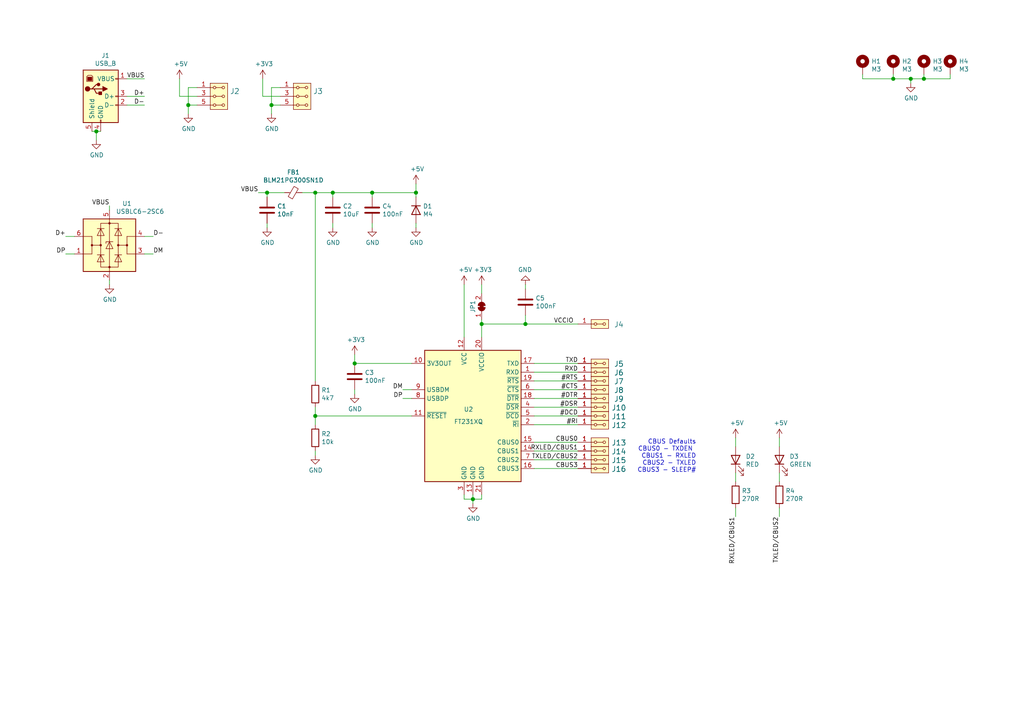
<source format=kicad_sch>
(kicad_sch (version 20201015) (generator eeschema)
  (page 1 1)
  (paper "A4")
  (lib_symbols
    (symbol "Connector:USB_B" (pin_names (offset 1.016))
      (property "Odkaz" "J" (at -5.08 11.43 0))
      (property "Hodnota" "USB_B" (at -5.08 8.89 0))
      (symbol "USB_B_0_1"
        (circle (center -3.81 2.159) (radius 0.635) (stroke (width 0.254)) (fill (type outline)))
        (circle (center -0.635 3.429) (radius 0.381) (stroke (width 0.254)) (fill (type outline)))
        (rectangle (start -5.08 -7.62) (end 5.08 7.62) (stroke (width 0.254)) (fill (type background)))
        (rectangle (start -3.81 5.588) (end -2.54 4.572) (fill (type outline)))
        (rectangle (start -0.127 -7.62) (end 0.127 -6.858))
        (rectangle (start 0.254 1.27) (end -0.508 0.508) (stroke (width 0.254)) (fill (type outline)))
        (rectangle (start 5.08 -2.667) (end 4.318 -2.413))
        (rectangle (start 5.08 -0.127) (end 4.318 0.127))
        (rectangle (start 5.08 4.953) (end 4.318 5.207))
        (polyline (pts (xy -1.905 2.159) (xy 0.635 2.159)) (stroke (width 0.254)))
        (polyline (pts (xy -3.175 2.159) (xy -2.54 2.159) (xy -1.27 3.429) (xy -0.635 3.429)) (stroke (width 0.254)))
        (polyline (pts (xy -2.54 2.159) (xy -1.905 2.159) (xy -1.27 0.889) (xy 0 0.889)) (stroke (width 0.254)))
        (polyline (pts (xy 0.635 2.794) (xy 0.635 1.524) (xy 1.905 2.159) (xy 0.635 2.794)) (stroke (width 0.254)) (fill (type outline)))
        (polyline (pts (xy -4.064 4.318) (xy -2.286 4.318) (xy -2.286 5.715) (xy -2.667 6.096) (xy -3.683 6.096) (xy -4.064 5.715) (xy -4.064 4.318)))
      )
      (symbol "USB_B_1_1"
        (pin power_out line (at 7.62 5.08 180) (length 2.54) (name "VBUS") (number "1"))
        (pin bidirectional line (at 7.62 -2.54 180) (length 2.54) (name "D-") (number "2"))
        (pin bidirectional line (at 7.62 0 180) (length 2.54) (name "D+") (number "3"))
        (pin power_out line (at 0 -10.16 90) (length 2.54) (name "GND") (number "4"))
        (pin passive line (at -2.54 -10.16 90) (length 2.54) (name "Shield") (number "5"))
      )
    )
    (symbol "Device:C" (pin_numbers hide) (pin_names (offset 0.254))
      (property "Reference" "C" (at 0.635 2.54 0))
      (property "Value" "C" (at 0.635 -2.54 0))
      (symbol "C_0_1"
        (polyline (pts (xy -2.032 -0.762) (xy 2.032 -0.762)) (stroke (width 0.508)))
        (polyline (pts (xy -2.032 0.762) (xy 2.032 0.762)) (stroke (width 0.508)))
      )
      (symbol "C_1_1"
        (pin passive line (at 0 3.81 270) (length 2.794) (name "~") (number "1"))
        (pin passive line (at 0 -3.81 90) (length 2.794) (name "~") (number "2"))
      )
    )
    (symbol "Device:D" (pin_numbers hide) (pin_names (offset 1.016) hide)
      (property "Reference" "D" (at 0 2.54 0))
      (property "Value" "D" (at 0 -2.54 0))
      (symbol "D_0_1"
        (polyline (pts (xy -1.27 1.27) (xy -1.27 -1.27)) (stroke (width 0.254)))
        (polyline (pts (xy 1.27 0) (xy -1.27 0)))
        (polyline (pts (xy 1.27 1.27) (xy 1.27 -1.27) (xy -1.27 0) (xy 1.27 1.27)) (stroke (width 0.254)))
      )
      (symbol "D_1_1"
        (pin passive line (at -3.81 0 0) (length 2.54) (name "K") (number "1"))
        (pin passive line (at 3.81 0 180) (length 2.54) (name "A") (number "2"))
      )
    )
    (symbol "Device:FerriteBead_Small" (pin_numbers hide) (pin_names (offset 0))
      (property "Reference" "FB" (at 1.905 1.27 0))
      (property "Value" "FerriteBead_Small" (at 1.905 -1.27 0))
      (symbol "FerriteBead_Small_0_1"
        (polyline (pts (xy 0 -1.27) (xy 0 -0.7874)))
        (polyline (pts (xy 0 0.889) (xy 0 1.2954)))
        (polyline (pts (xy -1.8288 0.2794) (xy -1.1176 1.4986) (xy 1.8288 -0.2032) (xy 1.1176 -1.4224) (xy -1.8288 0.2794)))
      )
      (symbol "FerriteBead_Small_1_1"
        (pin passive line (at 0 2.54 270) (length 1.27) (name "~") (number "1"))
        (pin passive line (at 0 -2.54 90) (length 1.27) (name "~") (number "2"))
      )
    )
    (symbol "Device:LED" (pin_numbers hide) (pin_names (offset 1.016) hide)
      (property "Reference" "D" (at 0 2.54 0))
      (property "Value" "LED" (at 0 -2.54 0))
      (symbol "LED_0_1"
        (polyline (pts (xy -1.27 -1.27) (xy -1.27 1.27)) (stroke (width 0.254)))
        (polyline (pts (xy -1.27 0) (xy 1.27 0)))
        (polyline (pts (xy 1.27 -1.27) (xy 1.27 1.27) (xy -1.27 0) (xy 1.27 -1.27)) (stroke (width 0.254)))
        (polyline (pts (xy -3.048 -0.762) (xy -4.572 -2.286) (xy -3.81 -2.286) (xy -4.572 -2.286) (xy -4.572 -1.524)))
        (polyline (pts (xy -1.778 -0.762) (xy -3.302 -2.286) (xy -2.54 -2.286) (xy -3.302 -2.286) (xy -3.302 -1.524)))
      )
      (symbol "LED_1_1"
        (pin passive line (at -3.81 0 0) (length 2.54) (name "K") (number "1"))
        (pin passive line (at 3.81 0 180) (length 2.54) (name "A") (number "2"))
      )
    )
    (symbol "Device:R" (pin_numbers hide) (pin_names (offset 0))
      (property "Reference" "R" (at 2.032 0 90))
      (property "Value" "R" (at 0 0 90))
      (symbol "R_0_1"
        (rectangle (start -1.016 -2.54) (end 1.016 2.54) (stroke (width 0.254)))
      )
      (symbol "R_1_1"
        (pin passive line (at 0 3.81 270) (length 1.27) (name "~") (number "1"))
        (pin passive line (at 0 -3.81 90) (length 1.27) (name "~") (number "2"))
      )
    )
    (symbol "Interface_USB:FT231XQ"
      (property "Odkaz" "U" (at -13.97 20.32 0))
      (property "Hodnota" "FT231XQ" (at 6.35 20.32 0))
      (symbol "FT231XQ_0_1"
        (rectangle (start -13.97 19.05) (end 13.97 -19.05) (stroke (width 0.254)) (fill (type background)))
      )
      (symbol "FT231XQ_1_1"
        (pin input line (at 17.78 12.7 180) (length 3.81) (name "RXD") (number "1"))
        (pin power_out line (at -17.78 15.24 0) (length 3.81) (name "3V3OUT") (number "10"))
        (pin input line (at -17.78 0 0) (length 3.81) (name "~RESET") (number "11"))
        (pin power_in line (at -2.54 22.86 270) (length 3.81) (name "VCC") (number "12"))
        (pin power_in line (at 0 -22.86 90) (length 3.81) (name "GND") (number "13"))
        (pin bidirectional line (at 17.78 -10.16 180) (length 3.81) (name "CBUS1") (number "14"))
        (pin bidirectional line (at 17.78 -7.62 180) (length 3.81) (name "CBUS0") (number "15"))
        (pin bidirectional line (at 17.78 -15.24 180) (length 3.81) (name "CBUS3") (number "16"))
        (pin output line (at 17.78 15.24 180) (length 3.81) (name "TXD") (number "17"))
        (pin output line (at 17.78 5.08 180) (length 3.81) (name "~DTR") (number "18"))
        (pin output line (at 17.78 10.16 180) (length 3.81) (name "~RTS") (number "19"))
        (pin input line (at 17.78 -2.54 180) (length 3.81) (name "~RI") (number "2"))
        (pin power_in line (at 2.54 22.86 270) (length 3.81) (name "VCCIO") (number "20"))
        (pin power_in line (at 2.54 -22.86 90) (length 3.81) (name "GND") (number "21"))
        (pin power_in line (at -2.54 -22.86 90) (length 3.81) (name "GND") (number "3"))
        (pin input line (at 17.78 2.54 180) (length 3.81) (name "~DSR") (number "4"))
        (pin input line (at 17.78 0 180) (length 3.81) (name "~DCD") (number "5"))
        (pin input line (at 17.78 7.62 180) (length 3.81) (name "~CTS") (number "6"))
        (pin bidirectional line (at 17.78 -12.7 180) (length 3.81) (name "CBUS2") (number "7"))
        (pin bidirectional line (at -17.78 5.08 0) (length 3.81) (name "USBDP") (number "8"))
        (pin bidirectional line (at -17.78 7.62 0) (length 3.81) (name "USBDM") (number "9"))
      )
    )
    (symbol "Jumper:SolderJumper_2_Bridged" (pin_names (offset 0) hide)
      (property "Reference" "JP" (at 0 2.032 0))
      (property "Value" "SolderJumper_2_Bridged" (at 0 -2.54 0))
      (symbol "SolderJumper_2_Bridged_0_1"
        (arc (start -0.254 1.016) (end -0.254 -1.016) (radius (at -0.254 0) (length 1.016) (angles 90.1 -90.1)))
        (arc (start -0.254 1.016) (end -0.254 -1.016) (radius (at -0.254 0) (length 1.016) (angles 90.1 -90.1)) (fill (type outline)))
        (arc (start 0.254 -1.016) (end 0.254 1.016) (radius (at 0.254 0) (length 1.016) (angles -89.9 89.9)))
        (arc (start 0.254 -1.016) (end 0.254 1.016) (radius (at 0.254 0) (length 1.016) (angles -89.9 89.9)) (fill (type outline)))
        (rectangle (start -0.508 0.508) (end 0.508 -0.508) (fill (type outline)))
        (polyline (pts (xy -0.254 1.016) (xy -0.254 -1.016)))
        (polyline (pts (xy 0.254 1.016) (xy 0.254 -1.016)))
      )
      (symbol "SolderJumper_2_Bridged_1_1"
        (pin passive line (at -3.81 0 0) (length 2.54) (name "A") (number "1"))
        (pin passive line (at 3.81 0 180) (length 2.54) (name "B") (number "2"))
      )
    )
    (symbol "MLAB_HEADER:HEADER_2x01_PARALLEL" (pin_names (offset 1.016))
      (property "Reference" "J" (at 0 -2.54 0))
      (property "Value" "HEADER_2x01_PARALLEL" (at 0 2.54 0))
      (symbol "HEADER_2x01_PARALLEL_0_1"
        (circle (center -1.27 0) (radius 0.381))
        (circle (center 1.27 0) (radius 0.381))
        (rectangle (start -2.54 1.27) (end 2.54 -1.27) (fill (type background)))
        (polyline (pts (xy -1.651 0) (xy -2.54 0)))
        (polyline (pts (xy -0.889 0) (xy 0.889 0)))
      )
      (symbol "HEADER_2x01_PARALLEL_1_1"
        (pin input line (at -6.35 0 0) (length 3.81) (name "~") (number "1"))
        (pin input line (at -6.35 0 0) (length 3.81) hide (name "~") (number "2"))
      )
    )
    (symbol "MLAB_HEADER:HEADER_2x03_PARALLEL" (pin_names (offset 1.016))
      (property "Reference" "J" (at 0 -5.08 0))
      (property "Value" "HEADER_2x03_PARALLEL" (at 0 5.08 0))
      (symbol "HEADER_2x03_PARALLEL_0_1"
        (circle (center -1.27 2.54) (radius 0.381))
        (circle (center 1.27 2.54) (radius 0.381))
        (circle (center -1.27 0) (radius 0.381))
        (circle (center 1.27 0) (radius 0.381))
        (circle (center -1.27 -2.54) (radius 0.381))
        (circle (center 1.27 -2.54) (radius 0.381))
        (rectangle (start -2.54 3.81) (end 2.54 -3.81) (fill (type background)))
        (polyline (pts (xy -1.651 2.54) (xy -2.54 2.54)))
        (polyline (pts (xy -0.889 2.54) (xy 0.889 2.54)))
        (polyline (pts (xy -1.651 0) (xy -2.54 0)))
        (polyline (pts (xy -0.889 0) (xy 0.889 0)))
        (polyline (pts (xy -1.651 -2.54) (xy -2.54 -2.54)))
        (polyline (pts (xy -0.889 -2.54) (xy 0.889 -2.54)))
      )
      (symbol "HEADER_2x03_PARALLEL_1_1"
        (pin input line (at -6.35 2.54 0) (length 3.81) (name "~") (number "1"))
        (pin input line (at -6.35 2.54 0) (length 3.81) hide (name "~") (number "2"))
        (pin input line (at -6.35 0 0) (length 3.81) (name "~") (number "3"))
        (pin input line (at -6.35 0 0) (length 3.81) hide (name "~") (number "4"))
        (pin input line (at -6.35 -2.54 0) (length 3.81) (name "~") (number "5"))
        (pin input line (at -6.35 -2.54 0) (length 3.81) hide (name "~") (number "6"))
      )
    )
    (symbol "Mechanical:MountingHole_Pad" (pin_numbers hide) (pin_names (offset 1.016) hide)
      (property "Reference" "H" (at 0 6.35 0))
      (property "Value" "MountingHole_Pad" (at 0 4.445 0))
      (symbol "MountingHole_Pad_0_1"
        (circle (center 0 1.27) (radius 1.27) (stroke (width 1.27)))
      )
      (symbol "MountingHole_Pad_1_1"
        (pin input line (at 0 -2.54 90) (length 2.54) (name "1") (number "1"))
      )
    )
    (symbol "Power_Protection:USBLC6-2SC6" (pin_names hide)
      (property "Odkaz" "U" (at 2.54 8.89 0))
      (property "Hodnota" "USBLC6-2SC6" (at 2.54 -8.89 0))
      (symbol "USBLC6-2SC6_0_1"
        (circle (center -5.08 0) (radius 0.254) (fill (type outline)))
        (circle (center -2.54 0) (radius 0.254) (fill (type outline)))
        (circle (center 0 -6.35) (radius 0.254) (fill (type outline)))
        (circle (center 0 6.35) (radius 0.254) (fill (type outline)))
        (circle (center 2.54 0) (radius 0.254) (fill (type outline)))
        (circle (center 5.08 0) (radius 0.254) (fill (type outline)))
        (rectangle (start -7.62 -7.62) (end 7.62 7.62) (stroke (width 0.254)) (fill (type background)))
        (rectangle (start -2.54 6.35) (end 2.54 -6.35))
        (polyline (pts (xy -5.08 -2.54) (xy -7.62 -2.54)))
        (polyline (pts (xy -5.08 0) (xy -5.08 -2.54)))
        (polyline (pts (xy -5.08 2.54) (xy -7.62 2.54)))
        (polyline (pts (xy -1.524 -2.794) (xy -3.556 -2.794)))
        (polyline (pts (xy -1.524 4.826) (xy -3.556 4.826)))
        (polyline (pts (xy 0 -7.62) (xy 0 -6.35)))
        (polyline (pts (xy 0 -6.35) (xy 0 1.27)))
        (polyline (pts (xy 0 1.27) (xy 0 6.35)))
        (polyline (pts (xy 0 6.35) (xy 0 7.62)))
        (polyline (pts (xy 1.524 -2.794) (xy 3.556 -2.794)))
        (polyline (pts (xy 1.524 4.826) (xy 3.556 4.826)))
        (polyline (pts (xy 5.08 -2.54) (xy 7.62 -2.54)))
        (polyline (pts (xy 5.08 0) (xy 5.08 -2.54)))
        (polyline (pts (xy 5.08 2.54) (xy 7.62 2.54)))
        (polyline (pts (xy -2.54 0) (xy -5.08 0) (xy -5.08 2.54)))
        (polyline (pts (xy 2.54 0) (xy 5.08 0) (xy 5.08 2.54)))
        (polyline (pts (xy -3.556 -4.826) (xy -1.524 -4.826) (xy -2.54 -2.794) (xy -3.556 -4.826)))
        (polyline (pts (xy -3.556 2.794) (xy -1.524 2.794) (xy -2.54 4.826) (xy -3.556 2.794)))
        (polyline (pts (xy -1.016 -1.016) (xy 1.016 -1.016) (xy 0 1.016) (xy -1.016 -1.016)))
        (polyline (pts (xy 1.016 1.016) (xy 0.762 1.016) (xy -1.016 1.016) (xy -1.016 0.508)))
        (polyline (pts (xy 3.556 -4.826) (xy 1.524 -4.826) (xy 2.54 -2.794) (xy 3.556 -4.826)))
        (polyline (pts (xy 3.556 2.794) (xy 1.524 2.794) (xy 2.54 4.826) (xy 3.556 2.794)))
      )
      (symbol "USBLC6-2SC6_1_1"
        (pin passive line (at -10.16 -2.54 0) (length 2.54) (name "I/O1") (number "1"))
        (pin passive line (at 0 -10.16 90) (length 2.54) (name "GND") (number "2"))
        (pin passive line (at 10.16 -2.54 180) (length 2.54) (name "I/O2") (number "3"))
        (pin passive line (at 10.16 2.54 180) (length 2.54) (name "I/O2") (number "4"))
        (pin passive line (at 0 10.16 270) (length 2.54) (name "VBUS") (number "5"))
        (pin passive line (at -10.16 2.54 0) (length 2.54) (name "I/O1") (number "6"))
      )
    )
    (symbol "power:+3V3" (power) (pin_names (offset 0))
      (property "Value" "+3V3" (at 0 3.556 0))
      (symbol "+3V3_0_1"
        (polyline (pts (xy -0.762 1.27) (xy 0 2.54)))
        (polyline (pts (xy 0 0) (xy 0 2.54)))
        (polyline (pts (xy 0 2.54) (xy 0.762 1.27)))
      )
      (symbol "+3V3_1_1"
        (pin power_in line (at 0 0 90) (length 0) hide (name "+3V3") (number "1"))
      )
    )
    (symbol "power:+5V" (power) (pin_names (offset 0))
      (property "Value" "+5V" (at 0 3.556 0))
      (symbol "+5V_0_1"
        (polyline (pts (xy -0.762 1.27) (xy 0 2.54)))
        (polyline (pts (xy 0 0) (xy 0 2.54)))
        (polyline (pts (xy 0 2.54) (xy 0.762 1.27)))
      )
      (symbol "+5V_1_1"
        (pin power_in line (at 0 0 90) (length 0) hide (name "+5V") (number "1"))
      )
    )
    (symbol "power:GND" (power) (pin_names (offset 0))
      (property "Hodnota" "GND" (at 0 -3.81 0))
      (symbol "GND_0_1"
        (polyline (pts (xy 0 0) (xy 0 -1.27) (xy 1.27 -1.27) (xy 0 -2.54) (xy -1.27 -1.27) (xy 0 -1.27)))
      )
      (symbol "GND_1_1"
        (pin power_in line (at 0 0 270) (length 0) hide (name "GND") (number "1"))
      )
    )
  )
  (junction (at 27.94 38.1) (diameter 1.016))
  (junction (at 54.61 30.48) (diameter 1.016))
  (junction (at 77.47 55.88) (diameter 1.016))
  (junction (at 78.74 30.48) (diameter 1.016))
  (junction (at 91.44 55.88) (diameter 1.016))
  (junction (at 91.44 120.65) (diameter 1.016))
  (junction (at 96.52 55.88) (diameter 1.016))
  (junction (at 102.87 105.41) (diameter 1.016))
  (junction (at 107.95 55.88) (diameter 1.016))
  (junction (at 120.65 55.88) (diameter 1.016))
  (junction (at 137.16 144.78) (diameter 1.016))
  (junction (at 139.7 93.98) (diameter 1.016))
  (junction (at 152.4 93.98) (diameter 1.016))
  (junction (at 259.08 22.86) (diameter 1.016))
  (junction (at 264.16 22.86) (diameter 1.016))
  (junction (at 267.97 22.86) (diameter 1.016))
  (wire (pts (xy 19.05 68.58) (xy 21.59 68.58)))
  (wire (pts (xy 19.05 73.66) (xy 21.59 73.66)))
  (wire (pts (xy 26.67 38.1) (xy 27.94 38.1)))
  (wire (pts (xy 27.94 38.1) (xy 27.94 40.64)))
  (wire (pts (xy 27.94 38.1) (xy 29.21 38.1)))
  (wire (pts (xy 31.75 59.69) (xy 31.75 60.96)))
  (wire (pts (xy 31.75 81.28) (xy 31.75 82.55)))
  (wire (pts (xy 36.83 22.86) (xy 41.91 22.86)))
  (wire (pts (xy 36.83 27.94) (xy 41.91 27.94)))
  (wire (pts (xy 36.83 30.48) (xy 41.91 30.48)))
  (wire (pts (xy 41.91 68.58) (xy 44.45 68.58)))
  (wire (pts (xy 41.91 73.66) (xy 44.45 73.66)))
  (wire (pts (xy 52.07 27.94) (xy 52.07 22.86)))
  (wire (pts (xy 54.61 25.4) (xy 54.61 30.48)))
  (wire (pts (xy 54.61 30.48) (xy 54.61 33.02)))
  (wire (pts (xy 54.61 30.48) (xy 57.15 30.48)))
  (wire (pts (xy 57.15 25.4) (xy 54.61 25.4)))
  (wire (pts (xy 57.15 27.94) (xy 52.07 27.94)))
  (wire (pts (xy 74.93 55.88) (xy 77.47 55.88)))
  (wire (pts (xy 76.2 27.94) (xy 76.2 22.86)))
  (wire (pts (xy 77.47 55.88) (xy 77.47 57.15)))
  (wire (pts (xy 77.47 55.88) (xy 82.55 55.88)))
  (wire (pts (xy 77.47 64.77) (xy 77.47 66.04)))
  (wire (pts (xy 78.74 25.4) (xy 78.74 30.48)))
  (wire (pts (xy 78.74 30.48) (xy 78.74 33.02)))
  (wire (pts (xy 78.74 30.48) (xy 81.28 30.48)))
  (wire (pts (xy 81.28 25.4) (xy 78.74 25.4)))
  (wire (pts (xy 81.28 27.94) (xy 76.2 27.94)))
  (wire (pts (xy 87.63 55.88) (xy 91.44 55.88)))
  (wire (pts (xy 91.44 55.88) (xy 91.44 110.49)))
  (wire (pts (xy 91.44 55.88) (xy 96.52 55.88)))
  (wire (pts (xy 91.44 118.11) (xy 91.44 120.65)))
  (wire (pts (xy 91.44 120.65) (xy 91.44 123.19)))
  (wire (pts (xy 91.44 120.65) (xy 119.38 120.65)))
  (wire (pts (xy 91.44 130.81) (xy 91.44 132.08)))
  (wire (pts (xy 96.52 55.88) (xy 96.52 57.15)))
  (wire (pts (xy 96.52 55.88) (xy 107.95 55.88)))
  (wire (pts (xy 96.52 64.77) (xy 96.52 66.04)))
  (wire (pts (xy 102.87 102.87) (xy 102.87 105.41)))
  (wire (pts (xy 102.87 105.41) (xy 119.38 105.41)))
  (wire (pts (xy 102.87 113.03) (xy 102.87 114.3)))
  (wire (pts (xy 107.95 55.88) (xy 107.95 57.15)))
  (wire (pts (xy 107.95 55.88) (xy 120.65 55.88)))
  (wire (pts (xy 107.95 64.77) (xy 107.95 66.04)))
  (wire (pts (xy 116.84 113.03) (xy 119.38 113.03)))
  (wire (pts (xy 116.84 115.57) (xy 119.38 115.57)))
  (wire (pts (xy 120.65 53.34) (xy 120.65 55.88)))
  (wire (pts (xy 120.65 55.88) (xy 120.65 57.15)))
  (wire (pts (xy 120.65 64.77) (xy 120.65 66.04)))
  (wire (pts (xy 134.62 82.55) (xy 134.62 97.79)))
  (wire (pts (xy 134.62 143.51) (xy 134.62 144.78)))
  (wire (pts (xy 134.62 144.78) (xy 137.16 144.78)))
  (wire (pts (xy 137.16 143.51) (xy 137.16 144.78)))
  (wire (pts (xy 137.16 144.78) (xy 137.16 146.05)))
  (wire (pts (xy 137.16 144.78) (xy 139.7 144.78)))
  (wire (pts (xy 139.7 82.55) (xy 139.7 85.09)))
  (wire (pts (xy 139.7 92.71) (xy 139.7 93.98)))
  (wire (pts (xy 139.7 93.98) (xy 139.7 97.79)))
  (wire (pts (xy 139.7 93.98) (xy 152.4 93.98)))
  (wire (pts (xy 139.7 144.78) (xy 139.7 143.51)))
  (wire (pts (xy 152.4 82.55) (xy 152.4 83.82)))
  (wire (pts (xy 152.4 91.44) (xy 152.4 93.98)))
  (wire (pts (xy 152.4 93.98) (xy 167.64 93.98)))
  (wire (pts (xy 154.94 105.41) (xy 167.64 105.41)))
  (wire (pts (xy 154.94 107.95) (xy 167.64 107.95)))
  (wire (pts (xy 154.94 110.49) (xy 167.64 110.49)))
  (wire (pts (xy 154.94 113.03) (xy 167.64 113.03)))
  (wire (pts (xy 154.94 115.57) (xy 167.64 115.57)))
  (wire (pts (xy 154.94 118.11) (xy 167.64 118.11)))
  (wire (pts (xy 154.94 120.65) (xy 167.64 120.65)))
  (wire (pts (xy 154.94 123.19) (xy 167.64 123.19)))
  (wire (pts (xy 154.94 128.27) (xy 167.64 128.27)))
  (wire (pts (xy 154.94 130.81) (xy 167.64 130.81)))
  (wire (pts (xy 154.94 133.35) (xy 167.64 133.35)))
  (wire (pts (xy 154.94 135.89) (xy 167.64 135.89)))
  (wire (pts (xy 213.36 127) (xy 213.36 129.54)))
  (wire (pts (xy 213.36 137.16) (xy 213.36 139.7)))
  (wire (pts (xy 213.36 147.32) (xy 213.36 149.86)))
  (wire (pts (xy 226.06 127) (xy 226.06 129.54)))
  (wire (pts (xy 226.06 137.16) (xy 226.06 139.7)))
  (wire (pts (xy 226.06 147.32) (xy 226.06 149.86)))
  (wire (pts (xy 250.19 21.59) (xy 250.19 22.86)))
  (wire (pts (xy 250.19 22.86) (xy 259.08 22.86)))
  (wire (pts (xy 259.08 21.59) (xy 259.08 22.86)))
  (wire (pts (xy 259.08 22.86) (xy 264.16 22.86)))
  (wire (pts (xy 264.16 22.86) (xy 264.16 24.13)))
  (wire (pts (xy 264.16 22.86) (xy 267.97 22.86)))
  (wire (pts (xy 267.97 21.59) (xy 267.97 22.86)))
  (wire (pts (xy 267.97 22.86) (xy 275.59 22.86)))
  (wire (pts (xy 275.59 22.86) (xy 275.59 21.59)))
  (text "CBUS Defaults\nCBUS0 - TXDEN \nCBUS1 - RXLED\nCBUS2 - TXLED\nCBUS3 - SLEEP#" (at 201.93 137.16 0) (effects (font (size 1.27 1.27)) (justify right bottom)))
  (label "D+" (at 19.05 68.58 180))
  (label "DP" (at 19.05 73.66 180))
  (label "VBUS" (at 31.75 59.69 180))
  (label "VBUS" (at 41.91 22.86 180))
  (label "D+" (at 41.91 27.94 180))
  (label "D-" (at 41.91 30.48 180))
  (label "D-" (at 44.45 68.58 0))
  (label "DM" (at 44.45 73.66 0))
  (label "VBUS" (at 74.93 55.88 180))
  (label "DM" (at 116.84 113.03 180))
  (label "DP" (at 116.84 115.57 180))
  (label "VCCIO" (at 166.37 93.98 180))
  (label "TXD" (at 167.64 105.41 180))
  (label "RXD" (at 167.64 107.95 180))
  (label "#RTS" (at 167.64 110.49 180))
  (label "#CTS" (at 167.64 113.03 180))
  (label "#DTR" (at 167.64 115.57 180))
  (label "#DSR" (at 167.64 118.11 180))
  (label "#DCD" (at 167.64 120.65 180))
  (label "#RI" (at 167.64 123.19 180))
  (label "CBUS0" (at 167.64 128.27 180))
  (label "RXLED{slash}CBUS1" (at 167.64 130.81 180))
  (label "TXLED{slash}CBUS2" (at 167.64 133.35 180))
  (label "CBUS3" (at 167.64 135.89 180))
  (label "RXLED{slash}CBUS1" (at 213.36 149.86 270))
  (label "TXLED{slash}CBUS2" (at 226.06 149.86 270))
  (symbol (lib_id "power:+5V") (at 52.07 22.86 0) (unit 1)
    (property "Reference" "#PWR0111" (effects hide))
    (property "Value" "+5V" (at 52.4383 18.5356 0))
  )
  (symbol (lib_id "power:+3V3") (at 76.2 22.86 0) (unit 1)
    (property "Reference" "#PWR0108" (effects hide))
    (property "Value" "+3V3" (at 76.5683 18.5356 0))
  )
  (symbol (lib_id "power:+3V3") (at 102.87 102.87 0) (unit 1)
    (property "Reference" "#PWR0105" (effects hide))
    (property "Value" "+3V3" (at 103.2383 98.5456 0))
  )
  (symbol (lib_id "power:+5V") (at 120.65 53.34 0) (unit 1)
    (property "Reference" "#PWR0103" (effects hide))
    (property "Value" "+5V" (at 121.0183 49.0156 0))
  )
  (symbol (lib_id "power:+5V") (at 134.62 82.55 0) (unit 1)
    (property "Reference" "#PWR0117" (effects hide))
    (property "Value" "+5V" (at 134.9883 78.2256 0))
  )
  (symbol (lib_id "power:+3V3") (at 139.7 82.55 0) (unit 1)
    (property "Reference" "#PWR0118" (effects hide))
    (property "Value" "+3V3" (at 140.0683 78.2256 0))
  )
  (symbol (lib_id "power:+5V") (at 213.36 127 0) (unit 1)
    (property "Reference" "#PWR0119" (effects hide))
    (property "Value" "+5V" (at 213.7283 122.6756 0))
  )
  (symbol (lib_id "power:+5V") (at 226.06 127 0) (unit 1)
    (property "Reference" "#PWR0120" (effects hide))
    (property "Value" "+5V" (at 226.4283 122.6756 0))
  )
  (symbol (lib_id "power:GND") (at 27.94 40.64 0) (unit 1)
    (property "Reference" "#PWR0110" (effects hide))
    (property "Value" "GND" (at 28.0543 44.9644 0))
  )
  (symbol (lib_id "power:GND") (at 31.75 82.55 0) (unit 1)
    (property "Reference" "#PWR0109" (effects hide))
    (property "Value" "GND" (at 31.8643 86.8744 0))
  )
  (symbol (lib_id "power:GND") (at 54.61 33.02 0) (unit 1)
    (property "Reference" "#PWR0112" (effects hide))
    (property "Value" "GND" (at 54.7243 37.3444 0))
  )
  (symbol (lib_id "power:GND") (at 77.47 66.04 0) (unit 1)
    (property "Reference" "#PWR0113" (effects hide))
    (property "Value" "GND" (at 77.5843 70.3644 0))
  )
  (symbol (lib_id "power:GND") (at 78.74 33.02 0) (unit 1)
    (property "Reference" "#PWR0114" (effects hide))
    (property "Value" "GND" (at 78.8543 37.3444 0))
  )
  (symbol (lib_id "power:GND") (at 91.44 132.08 0) (unit 1)
    (property "Reference" "#PWR0104" (effects hide))
    (property "Value" "GND" (at 91.5543 136.4044 0))
  )
  (symbol (lib_id "power:GND") (at 96.52 66.04 0) (unit 1)
    (property "Reference" "#PWR0106" (effects hide))
    (property "Value" "GND" (at 96.6343 70.3644 0))
  )
  (symbol (lib_id "power:GND") (at 102.87 114.3 0) (unit 1)
    (property "Reference" "#PWR0107" (effects hide))
    (property "Value" "GND" (at 102.9843 118.6244 0))
  )
  (symbol (lib_id "power:GND") (at 107.95 66.04 0) (unit 1)
    (property "Reference" "#PWR0102" (effects hide))
    (property "Value" "GND" (at 108.0643 70.3644 0))
  )
  (symbol (lib_id "power:GND") (at 120.65 66.04 0) (unit 1)
    (property "Reference" "#PWR0101" (effects hide))
    (property "Value" "GND" (at 120.7643 70.3644 0))
  )
  (symbol (lib_id "power:GND") (at 137.16 146.05 0) (unit 1)
    (property "Reference" "#PWR0116" (effects hide))
    (property "Value" "GND" (at 137.2743 150.3744 0))
  )
  (symbol (lib_id "power:GND") (at 152.4 82.55 180) (unit 1)
    (property "Reference" "#PWR0115" (effects hide))
    (property "Value" "GND" (at 152.2857 78.2256 0))
  )
  (symbol (lib_id "power:GND") (at 264.16 24.13 0) (unit 1)
    (property "Reference" "#PWR0121" (effects hide))
    (property "Value" "GND" (at 264.2743 28.4544 0))
  )
  (symbol (lib_id "Device:R") (at 91.44 114.3 0) (unit 1)
    (property "Reference" "R1" (at 93.2181 113.1506 0) (effects (justify left)))
    (property "Value" "4k7" (at 93.218 115.449 0) (effects (justify left)))
    (property "Footprint" "Mlab_R:SMD-0805" (effects hide))
  )
  (symbol (lib_id "Device:R") (at 91.44 127 0) (unit 1)
    (property "Reference" "R2" (at 93.2181 125.8506 0) (effects (justify left)))
    (property "Value" "10k" (at 93.218 128.149 0) (effects (justify left)))
    (property "Footprint" "Mlab_R:SMD-0805" (effects hide))
  )
  (symbol (lib_id "Device:R") (at 213.36 143.51 0) (unit 1)
    (property "Reference" "R3" (at 215.1381 142.3606 0) (effects (justify left)))
    (property "Value" "270R" (at 215.138 144.659 0) (effects (justify left)))
    (property "Footprint" "Mlab_R:SMD-0805" (effects hide))
  )
  (symbol (lib_id "Device:R") (at 226.06 143.51 0) (unit 1)
    (property "Reference" "R4" (at 227.8381 142.3606 0) (effects (justify left)))
    (property "Value" "270R" (at 227.838 144.659 0) (effects (justify left)))
    (property "Footprint" "Mlab_R:SMD-0805" (effects hide))
  )
  (symbol (lib_id "Jumper:SolderJumper_2_Bridged") (at 139.7 88.9 90) (unit 1)
    (property "Reference" "JP1" (at 137.1408 88.9 0))
    (property "Value" "SolderJumper_2_Bridged" (effects hide))
    (property "Footprint" "Jumper:SolderJumper-2_P1.3mm_Bridged_RoundedPad1.0x1.5mm" (effects hide))
  )
  (symbol (lib_id "Device:FerriteBead_Small") (at 85.09 55.88 90) (unit 1)
    (property "Reference" "FB1" (at 85.09 49.968 90))
    (property "Value" "BLM21PG300SN1D" (at 85.09 52.2667 90))
    (property "Footprint" "Mlab_L:SMD-0805" (effects hide))
    (property "UST_ID" "5c70984412875079b91f87fd" (effects hide))
  )
  (symbol (lib_id "Mechanical:MountingHole_Pad") (at 250.19 19.05 0) (unit 1)
    (property "Reference" "H1" (at 252.7301 17.7736 0) (effects (justify left)))
    (property "Value" "M3" (at 252.7301 20.0723 0) (effects (justify left)))
    (property "Footprint" "Mlab_Mechanical:dira_3mm" (effects hide))
  )
  (symbol (lib_id "Mechanical:MountingHole_Pad") (at 259.08 19.05 0) (unit 1)
    (property "Reference" "H2" (at 261.6201 17.7736 0) (effects (justify left)))
    (property "Value" "M3" (at 261.6201 20.0723 0) (effects (justify left)))
    (property "Footprint" "Mlab_Mechanical:dira_3mm" (effects hide))
  )
  (symbol (lib_id "Mechanical:MountingHole_Pad") (at 267.97 19.05 0) (unit 1)
    (property "Reference" "H3" (at 270.5101 17.7736 0) (effects (justify left)))
    (property "Value" "M3" (at 270.5101 20.0723 0) (effects (justify left)))
    (property "Footprint" "Mlab_Mechanical:dira_3mm" (effects hide))
  )
  (symbol (lib_id "Mechanical:MountingHole_Pad") (at 275.59 19.05 0) (unit 1)
    (property "Reference" "H4" (at 278.1301 17.7736 0) (effects (justify left)))
    (property "Value" "M3" (at 278.1301 20.0723 0) (effects (justify left)))
    (property "Footprint" "Mlab_Mechanical:dira_3mm" (effects hide))
  )
  (symbol (lib_id "Device:D") (at 120.65 60.96 270) (unit 1)
    (property "Reference" "D1" (at 122.6821 59.8106 90) (effects (justify left)))
    (property "Value" "M4" (at 122.682 62.109 90) (effects (justify left)))
    (property "Footprint" "Diode_SMD:D_SMA" (effects hide))
  )
  (symbol (lib_id "MLAB_HEADER:HEADER_2x01_PARALLEL") (at 173.99 93.98 0) (unit 1)
    (property "Reference" "J4" (at 179.5145 94.1349 0) (effects (font (size 1.524 1.524))))
    (property "Value" "HEADER_2x01_PARALLEL" (effects hide))
    (property "Footprint" "Mlab_Pin_Headers:Straight_2x01" (effects hide))
  )
  (symbol (lib_id "MLAB_HEADER:HEADER_2x01_PARALLEL") (at 173.99 105.41 0) (unit 1)
    (property "Reference" "J5" (at 179.5145 105.5649 0) (effects (font (size 1.524 1.524))))
    (property "Value" "HEADER_2x01_PARALLEL" (effects hide))
    (property "Footprint" "Mlab_Pin_Headers:Straight_2x01" (effects hide))
  )
  (symbol (lib_id "MLAB_HEADER:HEADER_2x01_PARALLEL") (at 173.99 107.95 0) (unit 1)
    (property "Reference" "J6" (at 179.5145 108.1049 0) (effects (font (size 1.524 1.524))))
    (property "Value" "HEADER_2x01_PARALLEL" (effects hide))
    (property "Footprint" "Mlab_Pin_Headers:Straight_2x01" (effects hide))
  )
  (symbol (lib_id "MLAB_HEADER:HEADER_2x01_PARALLEL") (at 173.99 110.49 0) (unit 1)
    (property "Reference" "J7" (at 179.5145 110.6449 0) (effects (font (size 1.524 1.524))))
    (property "Value" "HEADER_2x01_PARALLEL" (effects hide))
    (property "Footprint" "Mlab_Pin_Headers:Straight_2x01" (effects hide))
  )
  (symbol (lib_id "MLAB_HEADER:HEADER_2x01_PARALLEL") (at 173.99 113.03 0) (unit 1)
    (property "Reference" "J8" (at 179.5145 113.1849 0) (effects (font (size 1.524 1.524))))
    (property "Value" "HEADER_2x01_PARALLEL" (effects hide))
    (property "Footprint" "Mlab_Pin_Headers:Straight_2x01" (effects hide))
  )
  (symbol (lib_id "MLAB_HEADER:HEADER_2x01_PARALLEL") (at 173.99 115.57 0) (unit 1)
    (property "Reference" "J9" (at 179.5145 115.7249 0) (effects (font (size 1.524 1.524))))
    (property "Value" "HEADER_2x01_PARALLEL" (effects hide))
    (property "Footprint" "Mlab_Pin_Headers:Straight_2x01" (effects hide))
  )
  (symbol (lib_id "MLAB_HEADER:HEADER_2x01_PARALLEL") (at 173.99 118.11 0) (unit 1)
    (property "Reference" "J10" (at 179.5145 118.2649 0) (effects (font (size 1.524 1.524))))
    (property "Value" "HEADER_2x01_PARALLEL" (effects hide))
    (property "Footprint" "Mlab_Pin_Headers:Straight_2x01" (effects hide))
  )
  (symbol (lib_id "MLAB_HEADER:HEADER_2x01_PARALLEL") (at 173.99 120.65 0) (unit 1)
    (property "Reference" "J11" (at 179.5145 120.8049 0) (effects (font (size 1.524 1.524))))
    (property "Value" "HEADER_2x01_PARALLEL" (effects hide))
    (property "Footprint" "Mlab_Pin_Headers:Straight_2x01" (effects hide))
  )
  (symbol (lib_id "MLAB_HEADER:HEADER_2x01_PARALLEL") (at 173.99 123.19 0) (unit 1)
    (property "Reference" "J12" (at 179.5145 123.3449 0) (effects (font (size 1.524 1.524))))
    (property "Value" "HEADER_2x01_PARALLEL" (effects hide))
    (property "Footprint" "Mlab_Pin_Headers:Straight_2x01" (effects hide))
  )
  (symbol (lib_id "MLAB_HEADER:HEADER_2x01_PARALLEL") (at 173.99 128.27 0) (unit 1)
    (property "Reference" "J13" (at 179.5145 128.4249 0) (effects (font (size 1.524 1.524))))
    (property "Value" "HEADER_2x01_PARALLEL" (effects hide))
    (property "Footprint" "Mlab_Pin_Headers:Straight_2x01" (effects hide))
  )
  (symbol (lib_id "MLAB_HEADER:HEADER_2x01_PARALLEL") (at 173.99 130.81 0) (unit 1)
    (property "Reference" "J14" (at 179.5145 130.9649 0) (effects (font (size 1.524 1.524))))
    (property "Value" "HEADER_2x01_PARALLEL" (effects hide))
    (property "Footprint" "Mlab_Pin_Headers:Straight_2x01" (effects hide))
  )
  (symbol (lib_id "MLAB_HEADER:HEADER_2x01_PARALLEL") (at 173.99 133.35 0) (unit 1)
    (property "Reference" "J15" (at 179.5145 133.5049 0) (effects (font (size 1.524 1.524))))
    (property "Value" "HEADER_2x01_PARALLEL" (effects hide))
    (property "Footprint" "Mlab_Pin_Headers:Straight_2x01" (effects hide))
  )
  (symbol (lib_id "MLAB_HEADER:HEADER_2x01_PARALLEL") (at 173.99 135.89 0) (unit 1)
    (property "Reference" "J16" (at 179.5145 136.0449 0) (effects (font (size 1.524 1.524))))
    (property "Value" "HEADER_2x01_PARALLEL" (effects hide))
    (property "Footprint" "Mlab_Pin_Headers:Straight_2x01" (effects hide))
  )
  (symbol (lib_id "Device:LED") (at 213.36 133.35 90) (unit 1)
    (property "Reference" "D2" (at 216.2811 132.3911 90) (effects (justify right)))
    (property "Value" "RED" (at 216.281 134.69 90) (effects (justify right)))
    (property "Footprint" "Mlab_D:LED_1206" (effects hide))
  )
  (symbol (lib_id "Device:LED") (at 226.06 133.35 90) (unit 1)
    (property "Reference" "D3" (at 228.9811 132.3911 90) (effects (justify right)))
    (property "Value" "GREEN" (at 228.981 134.69 90) (effects (justify right)))
    (property "Footprint" "Mlab_D:LED_1206" (effects hide))
  )
  (symbol (lib_id "Device:C") (at 77.47 60.96 0) (unit 1)
    (property "Reference" "C1" (at 80.3911 59.8106 0) (effects (justify left)))
    (property "Value" "10nF" (at 80.391 62.109 0) (effects (justify left)))
    (property "Footprint" "Mlab_C:SMD-0805" (effects hide))
  )
  (symbol (lib_id "Device:C") (at 96.52 60.96 0) (unit 1)
    (property "Reference" "C2" (at 99.4411 59.8106 0) (effects (justify left)))
    (property "Value" "10uF" (at 99.441 62.109 0) (effects (justify left)))
    (property "Footprint" "Mlab_C:SMD-0805" (effects hide))
  )
  (symbol (lib_id "Device:C") (at 102.87 109.22 0) (unit 1)
    (property "Reference" "C3" (at 105.7911 108.0706 0) (effects (justify left)))
    (property "Value" "100nF" (at 105.791 110.369 0) (effects (justify left)))
    (property "Footprint" "Mlab_C:SMD-0805" (effects hide))
  )
  (symbol (lib_id "Device:C") (at 107.95 60.96 0) (unit 1)
    (property "Reference" "C4" (at 110.8711 59.8106 0) (effects (justify left)))
    (property "Value" "100nF" (at 110.871 62.109 0) (effects (justify left)))
    (property "Footprint" "Mlab_C:SMD-0805" (effects hide))
  )
  (symbol (lib_id "Device:C") (at 152.4 87.63 0) (unit 1)
    (property "Reference" "C5" (at 155.3211 86.4806 0) (effects (justify left)))
    (property "Value" "100nF" (at 155.321 88.779 0) (effects (justify left)))
    (property "Footprint" "Mlab_C:SMD-0805" (effects hide))
  )
  (symbol (lib_id "MLAB_HEADER:HEADER_2x03_PARALLEL") (at 63.5 27.94 0) (unit 1)
    (property "Reference" "J2" (at 66.6751 26.4719 0) (effects (font (size 1.524 1.524)) (justify left)))
    (property "Value" "HEADER_2x03_PARALLEL" (effects hide))
    (property "Footprint" "Mlab_Pin_Headers:Straight_2x03" (effects hide))
  )
  (symbol (lib_id "MLAB_HEADER:HEADER_2x03_PARALLEL") (at 87.63 27.94 0) (unit 1)
    (property "Reference" "J3" (at 90.8051 26.4719 0) (effects (font (size 1.524 1.524)) (justify left)))
    (property "Value" "HEADER_2x03_PARALLEL" (effects hide))
    (property "Footprint" "Mlab_Pin_Headers:Straight_2x03" (effects hide))
  )
  (symbol (lib_id "Connector:USB_B") (at 29.21 27.94 0) (unit 1)
    (property "Reference" "J1" (at 30.607 16.1098 0))
    (property "Value" "USB_B" (at 30.607 18.4085 0))
    (property "Footprint" "Connector_USB:USB_B_OST_USB-B1HSxx_Horizontal" (effects hide))
    (property "Datasheet" " ~" (effects hide))
  )
  (symbol (lib_id "Power_Protection:USBLC6-2SC6") (at 31.75 71.12 0) (unit 1)
    (property "Reference" "U1" (at 36.83 59.0358 0))
    (property "Value" "USBLC6-2SC6" (at 40.64 61.3345 0))
    (property "Footprint" "Package_TO_SOT_SMD:SOT-23-6" (effects hide))
    (property "Datasheet" "https://www.st.com/resource/en/datasheet/usblc6-2.pdf" (effects hide))
  )
  (symbol (lib_id "Interface_USB:FT231XQ") (at 137.16 120.65 0) (unit 1)
    (property "Reference" "U2" (at 135.89 118.7258 0))
    (property "Value" "FT231XQ" (at 135.89 122.2945 0))
    (property "Footprint" "Package_DFN_QFN:QFN-20-1EP_4x4mm_P0.5mm_EP2.5x2.5mm" (effects hide))
    (property "Datasheet" "https://www.ftdichip.com/Support/Documents/DataSheets/ICs/DS_FT231X.pdf" (effects hide))
  )
)
</source>
